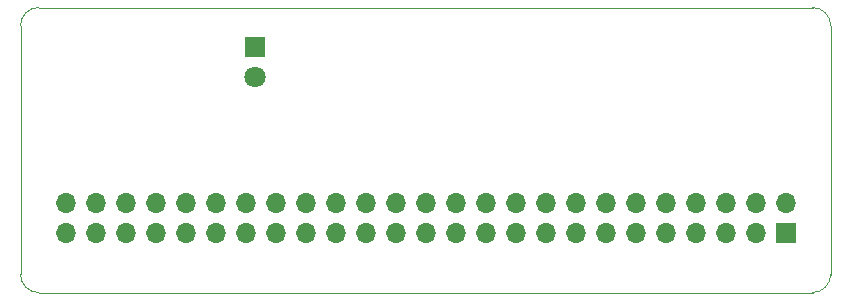
<source format=gbr>
%TF.GenerationSoftware,KiCad,Pcbnew,9.0.3-9.0.3-0~ubuntu22.04.1*%
%TF.CreationDate,2025-08-10T09:26:03-07:00*%
%TF.ProjectId,SCSI_terminator,53435349-5f74-4657-926d-696e61746f72,rev?*%
%TF.SameCoordinates,Original*%
%TF.FileFunction,Soldermask,Bot*%
%TF.FilePolarity,Negative*%
%FSLAX46Y46*%
G04 Gerber Fmt 4.6, Leading zero omitted, Abs format (unit mm)*
G04 Created by KiCad (PCBNEW 9.0.3-9.0.3-0~ubuntu22.04.1) date 2025-08-10 09:26:03*
%MOMM*%
%LPD*%
G01*
G04 APERTURE LIST*
%ADD10R,1.700000X1.700000*%
%ADD11O,1.700000X1.700000*%
%ADD12R,1.800000X1.800000*%
%ADD13C,1.800000*%
%TA.AperFunction,Profile*%
%ADD14C,0.050000*%
%TD*%
G04 APERTURE END LIST*
D10*
%TO.C,J1*%
X179324000Y-107442000D03*
D11*
X179324000Y-104902000D03*
X176784000Y-107442000D03*
X176784000Y-104902000D03*
X174244000Y-107442000D03*
X174244000Y-104902000D03*
X171704000Y-107442000D03*
X171704000Y-104902000D03*
X169164000Y-107442000D03*
X169164000Y-104902000D03*
X166624000Y-107442000D03*
X166624000Y-104902000D03*
X164084000Y-107442000D03*
X164084000Y-104902000D03*
X161544000Y-107442000D03*
X161544000Y-104902000D03*
X159004000Y-107442000D03*
X159004000Y-104902000D03*
X156464000Y-107442000D03*
X156464000Y-104902000D03*
X153924000Y-107442000D03*
X153924000Y-104902000D03*
X151384000Y-107442000D03*
X151384000Y-104902000D03*
X148844000Y-107442000D03*
X148844000Y-104902000D03*
X146304000Y-107442000D03*
X146304000Y-104902000D03*
X143764000Y-107442000D03*
X143764000Y-104902000D03*
X141224000Y-107442000D03*
X141224000Y-104902000D03*
X138684000Y-107442000D03*
X138684000Y-104902000D03*
X136144000Y-107442000D03*
X136144000Y-104902000D03*
X133604000Y-107442000D03*
X133604000Y-104902000D03*
X131064000Y-107442000D03*
X131064000Y-104902000D03*
X128524000Y-107442000D03*
X128524000Y-104902000D03*
X125984000Y-107442000D03*
X125984000Y-104902000D03*
X123444000Y-107442000D03*
X123444000Y-104902000D03*
X120904000Y-107442000D03*
X120904000Y-104902000D03*
X118364000Y-107442000D03*
X118364000Y-104902000D03*
%TD*%
D12*
%TO.C,D1*%
X134366000Y-91694000D03*
D13*
X134366000Y-94234000D03*
%TD*%
D14*
X114549296Y-89918700D02*
X114551226Y-110986711D01*
X181599771Y-112525756D02*
X116138760Y-112522000D01*
X183134000Y-89916000D02*
X183133789Y-111001756D01*
X116073296Y-88394667D02*
X181610000Y-88392000D01*
X114549296Y-89918667D02*
G75*
G02*
X116073296Y-88394667I1523999J1D01*
G01*
X116075226Y-112523326D02*
G75*
G02*
X114551226Y-110999326I-1J1523999D01*
G01*
X183133789Y-111001756D02*
G75*
G02*
X181609789Y-112525756I-1523999J-1D01*
G01*
X181610000Y-88392000D02*
G75*
G02*
X183134000Y-89916000I0J-1524000D01*
G01*
M02*

</source>
